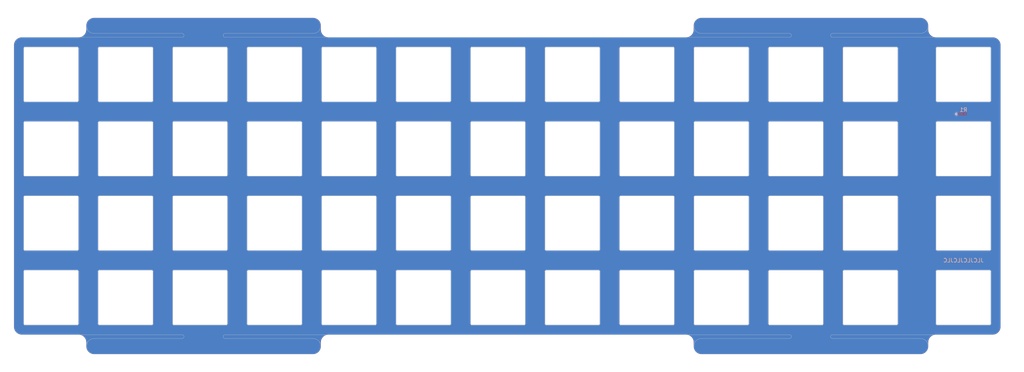
<source format=kicad_pcb>
(kicad_pcb (version 20211014) (generator pcbnew)
  (layers (0 "F.Cu" signal) (31 "B.Cu" signal) (34 "B.Paste" user) (35 "F.Paste" user) (36 "B.SilkS" user "B.Silkscreen") (37 "F.SilkS" user "F.Silkscreen") (38 "B.Mask" user) (39 "F.Mask" user) (44 "Edge.Cuts" user))
  (net 0 "")
  (net 2 "GND")
  (footprint "Keeb_footprints:MX100_cutout" (layer "F.Cu") (at 155.97253 50.00646)
    (fp_text reference "U1")
    (fp_text value "HOLE")
    (fp_line (start 7 6.7) (end 7 -6.7) (layer "Edge.Cuts") (width 0.1))
    (fp_line (start -7 6.7) (end -7 -6.7) (layer "Edge.Cuts") (width 0.1))
    (fp_line (start 6.7 7) (end -6.7 7) (layer "Edge.Cuts") (width 0.1))
    (fp_line (start 6.7 -7) (end -6.7 -7) (layer "Edge.Cuts") (width 0.1))
    (fp_arc (start -6.7 7) (mid -6.912132 6.912132) (end -7 6.7) (layer "Edge.Cuts") (width 0.1))
    (fp_arc (start -7 -6.7) (mid -6.912132 -6.912132) (end -6.7 -7) (layer "Edge.Cuts") (width 0.1))
    (fp_arc (start 6.7 -7) (mid 6.912132 -6.912132) (end 7 -6.7) (layer "Edge.Cuts") (width 0.1))
    (fp_arc (start 7 6.7) (mid 6.912132 6.912132) (end 6.7 7) (layer "Edge.Cuts") (width 0.1))
  )
  (footprint "Keeb_footprints:MX100_cutout" (layer "F.Cu") (at 175.02261 50.00646)
    (fp_text reference "U2")
    (fp_text value "HOLE")
    (fp_line (start -7 6.7) (end -7 -6.7) (layer "Edge.Cuts") (width 0.1))
    (fp_line (start 6.7 7) (end -6.7 7) (layer "Edge.Cuts") (width 0.1))
    (fp_line (start 7 6.7) (end 7 -6.7) (layer "Edge.Cuts") (width 0.1))
    (fp_line (start 6.7 -7) (end -6.7 -7) (layer "Edge.Cuts") (width 0.1))
    (fp_arc (start -7 -6.7) (mid -6.912132 -6.912132) (end -6.7 -7) (layer "Edge.Cuts") (width 0.1))
    (fp_arc (start 6.7 -7) (mid 6.912132 -6.912132) (end 7 -6.7) (layer "Edge.Cuts") (width 0.1))
    (fp_arc (start -6.7 7) (mid -6.912132 6.912132) (end -7 6.7) (layer "Edge.Cuts") (width 0.1))
    (fp_arc (start 7 6.7) (mid 6.912132 6.912132) (end 6.7 7) (layer "Edge.Cuts") (width 0.1))
  )
  (footprint "Keeb_footprints:MX100_cutout" (layer "F.Cu") (at 194.07269 50.00646)
    (fp_text reference "U3")
    (fp_text value "HOLE")
    (fp_line (start 6.7 -7) (end -6.7 -7) (layer "Edge.Cuts") (width 0.1))
    (fp_line (start -7 6.7) (end -7 -6.7) (layer "Edge.Cuts") (width 0.1))
    (fp_line (start 7 6.7) (end 7 -6.7) (layer "Edge.Cuts") (width 0.1))
    (fp_line (start 6.7 7) (end -6.7 7) (layer "Edge.Cuts") (width 0.1))
    (fp_arc (start -7 -6.7) (mid -6.912132 -6.912132) (end -6.7 -7) (layer "Edge.Cuts") (width 0.1))
    (fp_arc (start -6.7 7) (mid -6.912132 6.912132) (end -7 6.7) (layer "Edge.Cuts") (width 0.1))
    (fp_arc (start 6.7 -7) (mid 6.912132 -6.912132) (end 7 -6.7) (layer "Edge.Cuts") (width 0.1))
    (fp_arc (start 7 6.7) (mid 6.912132 6.912132) (end 6.7 7) (layer "Edge.Cuts") (width 0.1))
  )
  (footprint "Keeb_footprints:MX100_cutout" (layer "F.Cu") (at 213.12277 50.00646)
    (fp_text reference "U4")
    (fp_text value "HOLE")
    (fp_line (start 6.7 -7) (end -6.7 -7) (layer "Edge.Cuts") (width 0.1))
    (fp_line (start -7 6.7) (end -7 -6.7) (layer "Edge.Cuts") (width 0.1))
    (fp_line (start 7 6.7) (end 7 -6.7) (layer "Edge.Cuts") (width 0.1))
    (fp_line (start 6.7 7) (end -6.7 7) (layer "Edge.Cuts") (width 0.1))
    (fp_arc (start 6.7 -7) (mid 6.912132 -6.912132) (end 7 -6.7) (layer "Edge.Cuts") (width 0.1))
    (fp_arc (start -6.7 7) (mid -6.912132 6.912132) (end -7 6.7) (layer "Edge.Cuts") (width 0.1))
    (fp_arc (start 7 6.7) (mid 6.912132 6.912132) (end 6.7 7) (layer "Edge.Cuts") (width 0.1))
    (fp_arc (start -7 -6.7) (mid -6.912132 -6.912132) (end -6.7 -7) (layer "Edge.Cuts") (width 0.1))
  )
  (footprint "Keeb_footprints:MX100_cutout" (layer "F.Cu") (at 232.17285 50.00646)
    (fp_text reference "U5")
    (fp_text value "HOLE")
    (fp_line (start 7 6.7) (end 7 -6.7) (layer "Edge.Cuts") (width 0.1))
    (fp_line (start -7 6.7) (end -7 -6.7) (layer "Edge.Cuts") (width 0.1))
    (fp_line (start 6.7 7) (end -6.7 7) (layer "Edge.Cuts") (width 0.1))
    (fp_line (start 6.7 -7) (end -6.7 -7) (layer "Edge.Cuts") (width 0.1))
    (fp_arc (start -6.7 7) (mid -6.912132 6.912132) (end -7 6.7) (layer "Edge.Cuts") (width 0.1))
    (fp_arc (start -7 -6.7) (mid -6.912132 -6.912132) (end -6.7 -7) (layer "Edge.Cuts") (width 0.1))
    (fp_arc (start 6.7 -7) (mid 6.912132 -6.912132) (end 7 -6.7) (layer "Edge.Cuts") (width 0.1))
    (fp_arc (start 7 6.7) (mid 6.912132 6.912132) (end 6.7 7) (layer "Edge.Cuts") (width 0.1))
  )
  (footprint "Keeb_footprints:MX100_cutout" (layer "F.Cu") (at 327.42325 50.00646)
    (fp_text reference "U10")
    (fp_text value "HOLE")
    (fp_line (start 6.7 7) (end -6.7 7) (layer "Edge.Cuts") (width 0.1))
    (fp_line (start -7 6.7) (end -7 -6.7) (layer "Edge.Cuts") (width 0.1))
    (fp_line (start 7 6.7) (end 7 -6.7) (layer "Edge.Cuts") (width 0.1))
    (fp_line (start 6.7 -7) (end -6.7 -7) (layer "Edge.Cuts") (width 0.1))
    (fp_arc (start -6.7 7) (mid -6.912132 6.912132) (end -7 6.7) (layer "Edge.Cuts") (width 0.1))
    (fp_arc (start -7 -6.7) (mid -6.912132 -6.912132) (end -6.7 -7) (layer "Edge.Cuts") (width 0.1))
    (fp_arc (start 7 6.7) (mid 6.912132 6.912132) (end 6.7 7) (layer "Edge.Cuts") (width 0.1))
    (fp_arc (start 6.7 -7) (mid 6.912132 -6.912132) (end 7 -6.7) (layer "Edge.Cuts") (width 0.1))
  )
  (footprint "Keeb_footprints:MX100_cutout" (layer "F.Cu") (at 346.47333 50.00646)
    (fp_text reference "U11")
    (fp_text value "HOLE")
    (fp_line (start -7 6.7) (end -7 -6.7) (layer "Edge.Cuts") (width 0.1))
    (fp_line (start 6.7 -7) (end -6.7 -7) (layer "Edge.Cuts") (width 0.1))
    (fp_line (start 7 6.7) (end 7 -6.7) (layer "Edge.Cuts") (width 0.1))
    (fp_line (start 6.7 7) (end -6.7 7) (layer "Edge.Cuts") (width 0.1))
    (fp_arc (start 7 6.7) (mid 6.912132 6.912132) (end 6.7 7) (layer "Edge.Cuts") (width 0.1))
    (fp_arc (start 6.7 -7) (mid 6.912132 -6.912132) (end 7 -6.7) (layer "Edge.Cuts") (width 0.1))
    (fp_arc (start -7 -6.7) (mid -6.912132 -6.912132) (end -6.7 -7) (layer "Edge.Cuts") (width 0.1))
    (fp_arc (start -6.7 7) (mid -6.912132 6.912132) (end -7 6.7) (layer "Edge.Cuts") (width 0.1))
  )
  (footprint "Keeb_footprints:MX100_cutout" (layer "F.Cu") (at 155.97253 69.05654)
    (fp_text reference "U13")
    (fp_text value "HOLE")
    (fp_line (start 6.7 7) (end -6.7 7) (layer "Edge.Cuts") (width 0.1))
    (fp_line (start 7 6.7) (end 7 -6.7) (layer "Edge.Cuts") (width 0.1))
    (fp_line (start 6.7 -7) (end -6.7 -7) (layer "Edge.Cuts") (width 0.1))
    (fp_line (start -7 6.7) (end -7 -6.7) (layer "Edge.Cuts") (width 0.1))
    (fp_arc (start 6.7 -7) (mid 6.912132 -6.912132) (end 7 -6.7) (layer "Edge.Cuts") (width 0.1))
    (fp_arc (start -7 -6.7) (mid -6.912132 -6.912132) (end -6.7 -7) (layer "Edge.Cuts") (width 0.1))
    (fp_arc (start -6.7 7) (mid -6.912132 6.912132) (end -7 6.7) (layer "Edge.Cuts") (width 0.1))
    (fp_arc (start 7 6.7) (mid 6.912132 6.912132) (end 6.7 7) (layer "Edge.Cuts") (width 0.1))
  )
  (footprint "Keeb_footprints:MX100_cutout" (layer "F.Cu") (at 194.07269 69.05654)
    (fp_text reference "U15")
    (fp_text value "HOLE")
    (fp_line (start 7 6.7) (end 7 -6.7) (layer "Edge.Cuts") (width 0.1))
    (fp_line (start 6.7 7) (end -6.7 7) (layer "Edge.Cuts") (width 0.1))
    (fp_line (start -7 6.7) (end -7 -6.7) (layer "Edge.Cuts") (width 0.1))
    (fp_line (start 6.7 -7) (end -6.7 -7) (layer "Edge.Cuts") (width 0.1))
    (fp_arc (start 7 6.7) (mid 6.912132 6.912132) (end 6.7 7) (layer "Edge.Cuts") (width 0.1))
    (fp_arc (start -7 -6.7) (mid -6.912132 -6.912132) (end -6.7 -7) (layer "Edge.Cuts") (width 0.1))
    (fp_arc (start 6.7 -7) (mid 6.912132 -6.912132) (end 7 -6.7) (layer "Edge.Cuts") (width 0.1))
    (fp_arc (start -6.7 7) (mid -6.912132 6.912132) (end -7 6.7) (layer "Edge.Cuts") (width 0.1))
  )
  (footprint "Keeb_footprints:MX100_cutout" (layer "F.Cu") (at 232.17285 69.05654)
    (fp_text reference "U17")
    (fp_text value "HOLE")
    (fp_line (start 6.7 -7) (end -6.7 -7) (layer "Edge.Cuts") (width 0.1))
    (fp_line (start 6.7 7) (end -6.7 7) (layer "Edge.Cuts") (width 0.1))
    (fp_line (start -7 6.7) (end -7 -6.7) (layer "Edge.Cuts") (width 0.1))
    (fp_line (start 7 6.7) (end 7 -6.7) (layer "Edge.Cuts") (width 0.1))
    (fp_arc (start 7 6.7) (mid 6.912132 6.912132) (end 6.7 7) (layer "Edge.Cuts") (width 0.1))
    (fp_arc (start -6.7 7) (mid -6.912132 6.912132) (end -7 6.7) (layer "Edge.Cuts") (width 0.1))
    (fp_arc (start -7 -6.7) (mid -6.912132 -6.912132) (end -6.7 -7) (layer "Edge.Cuts") (width 0.1))
    (fp_arc (start 6.7 -7) (mid 6.912132 -6.912132) (end 7 -6.7) (layer "Edge.Cuts") (width 0.1))
  )
  (footprint "Keeb_footprints:MX100_cutout" (layer "F.Cu") (at 251.22293 69.05654)
    (fp_text reference "U18")
    (fp_text value "HOLE")
    (fp_line (start -7 6.7) (end -7 -6.7) (layer "Edge.Cuts") (width 0.1))
    (fp_line (start 6.7 -7) (end -6.7 -7) (layer "Edge.Cuts") (width 0.1))
    (fp_line (start 7 6.7) (end 7 -6.7) (layer "Edge.Cuts") (width 0.1))
    (fp_line (start 6.7 7) (end -6.7 7) (layer "Edge.Cuts") (width 0.1))
    (fp_arc (start -7 -6.7) (mid -6.912132 -6.912132) (end -6.7 -7) (layer "Edge.Cuts") (width 0.1))
    (fp_arc (start -6.7 7) (mid -6.912132 6.912132) (end -7 6.7) (layer "Edge.Cuts") (width 0.1))
    (fp_arc (start 7 6.7) (mid 6.912132 6.912132) (end 6.7 7) (layer "Edge.Cuts") (width 0.1))
    (fp_arc (start 6.7 -7) (mid 6.912132 -6.912132) (end 7 -6.7) (layer "Edge.Cuts") (width 0.1))
  )
  (footprint "Keeb_footprints:MX100_cutout" (layer "F.Cu") (at 270.27301 69.05654)
    (fp_text reference "U19")
    (fp_text value "HOLE")
    (fp_line (start -7 6.7) (end -7 -6.7) (layer "Edge.Cuts") (width 0.1))
    (fp_line (start 6.7 -7) (end -6.7 -7) (layer "Edge.Cuts") (width 0.1))
    (fp_line (start 7 6.7) (end 7 -6.7) (layer "Edge.Cuts") (width 0.1))
    (fp_line (start 6.7 7) (end -6.7 7) (layer "Edge.Cuts") (width 0.1))
    (fp_arc (start 7 6.7) (mid 6.912132 6.912132) (end 6.7 7) (layer "Edge.Cuts") (width 0.1))
    (fp_arc (start 6.7 -7) (mid 6.912132 -6.912132) (end 7 -6.7) (layer "Edge.Cuts") (width 0.1))
    (fp_arc (start -7 -6.7) (mid -6.912132 -6.912132) (end -6.7 -7) (layer "Edge.Cuts") (width 0.1))
    (fp_arc (start -6.7 7) (mid -6.912132 6.912132) (end -7 6.7) (layer "Edge.Cuts") (width 0.1))
  )
  (footprint "Keeb_footprints:MX100_cutout" (layer "F.Cu") (at 289.32309 69.05654)
    (fp_text reference "U20")
    (fp_text value "HOLE")
    (fp_line (start 7 6.7) (end 7 -6.7) (layer "Edge.Cuts") (width 0.1))
    (fp_line (start 6.7 7) (end -6.7 7) (layer "Edge.Cuts") (width 0.1))
    (fp_line (start 6.7 -7) (end -6.7 -7) (layer "Edge.Cuts") (width 0.1))
    (fp_line (start -7 6.7) (end -7 -6.7) (layer "Edge.Cuts") (width 0.1))
    (fp_arc (start 6.7 -7) (mid 6.912132 -6.912132) (end 7 -6.7) (layer "Edge.Cuts") (width 0.1))
    (fp_arc (start 7 6.7) (mid 6.912132 6.912132) (end 6.7 7) (layer "Edge.Cuts") (width 0.1))
    (fp_arc (start -6.7 7) (mid -6.912132 6.912132) (end -7 6.7) (layer "Edge.Cuts") (width 0.1))
    (fp_arc (start -7 -6.7) (mid -6.912132 -6.912132) (end -6.7 -7) (layer "Edge.Cuts") (width 0.1))
  )
  (footprint "Keeb_footprints:MX100_cutout" (layer "F.Cu") (at 308.37317 69.05654)
    (fp_text reference "U21")
    (fp_text value "HOLE")
    (fp_line (start 6.7 -7) (end -6.7 -7) (layer "Edge.Cuts") (width 0.1))
    (fp_line (start 6.7 7) (end -6.7 7) (layer "Edge.Cuts") (width 0.1))
    (fp_line (start -7 6.7) (end -7 -6.7) (layer "Edge.Cuts") (width 0.1))
    (fp_line (start 7 6.7) (end 7 -6.7) (layer "Edge.Cuts") (width 0.1))
    (fp_arc (start 7 6.7) (mid 6.912132 6.912132) (end 6.7 7) (layer "Edge.Cuts") (width 0.1))
    (fp_arc (start -7 -6.7) (mid -6.912132 -6.912132) (end -6.7 -7) (layer "Edge.Cuts") (width 0.1))
    (fp_arc (start 6.7 -7) (mid 6.912132 -6.912132) (end 7 -6.7) (layer "Edge.Cuts") (width 0.1))
    (fp_arc (start -6.7 7) (mid -6.912132 6.912132) (end -7 6.7) (layer "Edge.Cuts") (width 0.1))
  )
  (footprint "Keeb_footprints:MX100_cutout" (layer "F.Cu") (at 327.42325 69.05654)
    (fp_text reference "U22")
    (fp_text value "HOLE")
    (fp_line (start 7 6.7) (end 7 -6.7) (layer "Edge.Cuts") (width 0.1))
    (fp_line (start 6.7 -7) (end -6.7 -7) (layer "Edge.Cuts") (width 0.1))
    (fp_line (start -7 6.7) (end -7 -6.7) (layer "Edge.Cuts") (width 0.1))
    (fp_line (start 6.7 7) (end -6.7 7) (layer "Edge.Cuts") (width 0.1))
    (fp_arc (start 7 6.7) (mid 6.912132 6.912132) (end 6.7 7) (layer "Edge.Cuts") (width 0.1))
    (fp_arc (start 6.7 -7) (mid 6.912132 -6.912132) (end 7 -6.7) (layer "Edge.Cuts") (width 0.1))
    (fp_arc (start -6.7 7) (mid -6.912132 6.912132) (end -7 6.7) (layer "Edge.Cuts") (width 0.1))
    (fp_arc (start -7 -6.7) (mid -6.912132 -6.912132) (end -6.7 -7) (layer "Edge.Cuts") (width 0.1))
  )
  (footprint "Keeb_footprints:MX100_cutout" (layer "F.Cu") (at 346.47333 69.05654)
    (fp_text reference "U23")
    (fp_text value "HOLE")
    (fp_line (start 6.7 7) (end -6.7 7) (layer "Edge.Cuts") (width 0.1))
    (fp_line (start 7 6.7) (end 7 -6.7) (layer "Edge.Cuts") (width 0.1))
    (fp_line (start 6.7 -7) (end -6.7 -7) (layer "Edge.Cuts") (width 0.1))
    (fp_line (start -7 6.7) (end -7 -6.7) (layer "Edge.Cuts") (width 0.1))
    (fp_arc (start -7 -6.7) (mid -6.912132 -6.912132) (end -6.7 -7) (layer "Edge.Cuts") (width 0.1))
    (fp_arc (start 7 6.7) (mid 6.912132 6.912132) (end 6.7 7) (layer "Edge.Cuts") (width 0.1))
    (fp_arc (start 6.7 -7) (mid 6.912132 -6.912132) (end 7 -6.7) (layer "Edge.Cuts") (width 0.1))
    (fp_arc (start -6.7 7) (mid -6.912132 6.912132) (end -7 6.7) (layer "Edge.Cuts") (width 0.1))
  )
  (footprint "Keeb_footprints:MX100_cutout" (layer "F.Cu") (at 365.52341 69.05654)
    (fp_text reference "U24")
    (fp_text value "HOLE")
    (fp_line (start -7 6.7) (end -7 -6.7) (layer "Edge.Cuts") (width 0.1))
    (fp_line (start 6.7 7) (end -6.7 7) (layer "Edge.Cuts") (width 0.1))
    (fp_line (start 6.7 -7) (end -6.7 -7) (layer "Edge.Cuts") (width 0.1))
    (fp_line (start 7 6.7) (end 7 -6.7) (layer "Edge.Cuts") (width 0.1))
    (fp_arc (start 6.7 -7) (mid 6.912132 -6.912132) (end 7 -6.7) (layer "Edge.Cuts") (width 0.1))
    (fp_arc (start -7 -6.7) (mid -6.912132 -6.912132) (end -6.7 -7) (layer "Edge.Cuts") (width 0.1))
    (fp_arc (start -6.7 7) (mid -6.912132 6.912132) (end -7 6.7) (layer "Edge.Cuts") (width 0.1))
    (fp_arc (start 7 6.7) (mid 6.912132 6.912132) (end 6.7 7) (layer "Edge.Cuts") (width 0.1))
  )
  (footprint "Keeb_footprints:MX100_cutout" (layer "F.Cu") (at 155.97253 88.10662)
    (fp_text reference "U25")
    (fp_text value "HOLE")
    (fp_line (start 7 6.7) (end 7 -6.7) (layer "Edge.Cuts") (width 0.1))
    (fp_line (start 6.7 -7) (end -6.7 -7) (layer "Edge.Cuts") (width 0.1))
    (fp_line (start -7 6.7) (end -7 -6.7) (layer "Edge.Cuts") (width 0.1))
    (fp_line (start 6.7 7) (end -6.7 7) (layer "Edge.Cuts") (width 0.1))
    (fp_arc (start -7 -6.7) (mid -6.912132 -6.912132) (end -6.7 -7) (layer "Edge.Cuts") (width 0.1))
    (fp_arc (start 6.7 -7) (mid 6.912132 -6.912132) (end 7 -6.7) (layer "Edge.Cuts") (width 0.1))
    (fp_arc (start -6.7 7) (mid -6.912132 6.912132) (end -7 6.7) (layer "Edge.Cuts") (width 0.1))
    (fp_arc (start 7 6.7) (mid 6.912132 6.912132) (end 6.7 7) (layer "Edge.Cuts") (width 0.1))
  )
  (footprint "Keeb_footprints:MX100_cutout" (layer "F.Cu") (at 175.02261 88.10662)
    (fp_text reference "U26")
    (fp_text value "HOLE")
    (fp_line (start 7 6.7) (end 7 -6.7) (layer "Edge.Cuts") (width 0.1))
    (fp_line (start -7 6.7) (end -7 -6.7) (layer "Edge.Cuts") (width 0.1))
    (fp_line (start 6.7 -7) (end -6.7 -7) (layer "Edge.Cuts") (width 0.1))
    (fp_line (start 6.7 7) (end -6.7 7) (layer "Edge.Cuts") (width 0.1))
    (fp_arc (start -7 -6.7) (mid -6.912132 -6.912132) (end -6.7 -7) (layer "Edge.Cuts") (width 0.1))
    (fp_arc (start -6.7 7) (mid -6.912132 6.912132) (end -7 6.7) (layer "Edge.Cuts") (width 0.1))
    (fp_arc (start 6.7 -7) (mid 6.912132 -6.912132) (end 7 -6.7) (layer "Edge.Cuts") (width 0.1))
    (fp_arc (start 7 6.7) (mid 6.912132 6.912132) (end 6.7 7) (layer "Edge.Cuts") (width 0.1))
  )
  (footprint "Keeb_footprints:MX100_cutout" (layer "F.Cu") (at 194.07269 88.10662)
    (fp_text reference "U27")
    (fp_text value "HOLE")
    (fp_line (start 7 6.7) (end 7 -6.7) (layer "Edge.Cuts") (width 0.1))
    (fp_line (start -7 6.7) (end -7 -6.7) (layer "Edge.Cuts") (width 0.1))
    (fp_line (start 6.7 -7) (end -6.7 -7) (layer "Edge.Cuts") (width 0.1))
    (fp_line (start 6.7 7) (end -6.7 7) (layer "Edge.Cuts") (width 0.1))
    (fp_arc (start -6.7 7) (mid -6.912132 6.912132) (end -7 6.7) (layer "Edge.Cuts") (width 0.1))
    (fp_arc (start 6.7 -7) (mid 6.912132 -6.912132) (end 7 -6.7) (layer "Edge.Cuts") (width 0.1))
    (fp_arc (start 7 6.7) (mid 6.912132 6.912132) (end 6.7 7) (layer "Edge.Cuts") (width 0.1))
    (fp_arc (start -7 -6.7) (mid -6.912132 -6.912132) (end -6.7 -7) (layer "Edge.Cuts") (width 0.1))
  )
  (footprint "Keeb_footprints:MX100_cutout" (layer "F.Cu") (at 213.12277 88.10662)
    (fp_text reference "U28")
    (fp_text value "HOLE")
    (fp_line (start 6.7 7) (end -6.7 7) (layer "Edge.Cuts") (width 0.1))
    (fp_line (start 7 6.7) (end 7 -6.7) (layer "Edge.Cuts") (width 0.1))
    (fp_line (start -7 6.7) (end -7 -6.7) (layer "Edge.Cuts") (width 0.1))
    (fp_line (start 6.7 -7) (end -6.7 -7) (layer "Edge.Cuts") (width 0.1))
    (fp_arc (start 6.7 -7) (mid 6.912132 -6.912132) (end 7 -6.7) (layer "Edge.Cuts") (width 0.1))
    (fp_arc (start -7 -6.7) (mid -6.912132 -6.912132) (end -6.7 -7) (layer "Edge.Cuts") (width 0.1))
    (fp_arc (start 7 6.7) (mid 6.912132 6.912132) (end 6.7 7) (layer "Edge.Cuts") (width 0.1))
    (fp_arc (start -6.7 7) (mid -6.912132 6.912132) (end -7 6.7) (layer "Edge.Cuts") (width 0.1))
  )
  (footprint "Keeb_footprints:MX100_cutout" (layer "F.Cu") (at 232.17285 88.10662)
    (fp_text reference "U29")
    (fp_text value "HOLE")
    (fp_line (start 6.7 -7) (end -6.7 -7) (layer "Edge.Cuts") (width 0.1))
    (fp_line (start -7 6.7) (end -7 -6.7) (layer "Edge.Cuts") (width 0.1))
    (fp_line (start 6.7 7) (end -6.7 7) (layer "Edge.Cuts") (width 0.1))
    (fp_line (start 7 6.7) (end 7 -6.7) (layer "Edge.Cuts") (width 0.1))
    (fp_arc (start -7 -6.7) (mid -6.912132 -6.912132) (end -6.7 -7) (layer "Edge.Cuts") (width 0.1))
    (fp_arc (start -6.7 7) (mid -6.912132 6.912132) (end -7 6.7) (layer "Edge.Cuts") (width 0.1))
    (fp_arc (start 6.7 -7) (mid 6.912132 -6.912132) (end 7 -6.7) (layer "Edge.Cuts") (width 0.1))
    (fp_arc (start 7 6.7) (mid 6.912132 6.912132) (end 6.7 7) (layer "Edge.Cuts") (width 0.1))
  )
  (footprint "Keeb_footprints:MX100_cutout" (layer "F.Cu") (at 251.22293 88.10662)
    (fp_text reference "U30")
    (fp_text value "HOLE")
    (fp_line (start 6.7 -7) (end -6.7 -7) (layer "Edge.Cuts") (width 0.1))
    (fp_line (start -7 6.7) (end -7 -6.7) (layer "Edge.Cuts") (width 0.1))
    (fp_line (start 7 6.7) (end 7 -6.7) (layer "Edge.Cuts") (width 0.1))
    (fp_line (start 6.7 7) (end -6.7 7) (layer "Edge.Cuts") (width 0.1))
    (fp_arc (start 7 6.7) (mid 6.912132 6.912132) (end 6.7 7) (layer "Edge.Cuts") (width 0.1))
    (fp_arc (start -6.7 7) (mid -6.912132 6.912132) (end -7 6.7) (layer "Edge.Cuts") (width 0.1))
    (fp_arc (start -7 -6.7) (mid -6.912132 -6.912132) (end -6.7 -7) (layer "Edge.Cuts") (width 0.1))
    (fp_arc (start 6.7 -7) (mid 6.912132 -6.912132) (end 7 -6.7) (layer "Edge.Cuts") (width 0.1))
  )
  (footprint "Keeb_footprints:MX100_cutout" (layer "F.Cu") (at 270.27301 88.10662)
    (fp_text reference "U31")
    (fp_text value "HOLE")
    (fp_line (start -7 6.7) (end -7 -6.7) (layer "Edge.Cuts") (width 0.1))
    (fp_line (start 6.7 7) (end -6.7 7) (layer "Edge.Cuts") (width 0.1))
    (fp_line (start 7 6.7) (end 7 -6.7) (layer "Edge.Cuts") (width 0.1))
    (fp_line (start 6.7 -7) (end -6.7 -7) (layer "Edge.Cuts") (width 0.1))
    (fp_arc (start 7 6.7) (mid 6.912132 6.912132) (end 6.7 7) (layer "Edge.Cuts") (width 0.1))
    (fp_arc (start -6.7 7) (mid -6.912132 6.912132) (end -7 6.7) (layer "Edge.Cuts") (width 0.1))
    (fp_arc (start 6.7 -7) (mid 6.912132 -6.912132) (end 7 -6.7) (layer "Edge.Cuts") (width 0.1))
    (fp_arc (start -7 -6.7) (mid -6.912132 -6.912132) (end -6.7 -7) (layer "Edge.Cuts") (width 0.1))
  )
  (footprint "Keeb_footprints:MX100_cutout" (layer "F.Cu") (at 289.32309 88.10662)
    (fp_text reference "U32")
    (fp_text value "HOLE")
    (fp_line (start 6.7 7) (end -6.7 7) (layer "Edge.Cuts") (width 0.1))
    (fp_line (start 6.7 -7) (end -6.7 -7) (layer "Edge.Cuts") (width 0.1))
    (fp_line (start -7 6.7) (end -7 -6.7) (layer "Edge.Cuts") (width 0.1))
    (fp_line (start 7 6.7) (end 7 -6.7) (layer "Edge.Cuts") (width 0.1))
    (fp_arc (start -7 -6.7) (mid -6.912132 -6.912132) (end -6.7 -7) (layer "Edge.Cuts") (width 0.1))
    (fp_arc (start 6.7 -7) (mid 6.912132 -6.912132) (end 7 -6.7) (layer "Edge.Cuts") (width 0.1))
    (fp_arc (start -6.7 7) (mid -6.912132 6.912132) (end -7 6.7) (layer "Edge.Cuts") (width 0.1))
    (fp_arc (start 7 6.7) (mid 6.912132 6.912132) (end 6.7 7) (layer "Edge.Cuts") (width 0.1))
  )
  (footprint "Keeb_footprints:MX100_cutout" (layer "F.Cu") (at 308.37317 88.10662)
    (fp_text reference "U33")
    (fp_text value "HOLE")
    (fp_line (start 6.7 7) (end -6.7 7) (layer "Edge.Cuts") (width 0.1))
    (fp_line (start 7 6.7) (end 7 -6.7) (layer "Edge.Cuts") (width 0.1))
    (fp_line (start 6.7 -7) (end -6.7 -7) (layer "Edge.Cuts") (width 0.1))
    (fp_line (start -7 6.7) (end -7 -6.7) (layer "Edge.Cuts") (width 0.1))
    (fp_arc (start -7 -6.7) (mid -6.912132 -6.912132) (end -6.7 -7) (layer "Edge.Cuts") (width 0.1))
    (fp_arc (start 6.7 -7) (mid 6.912132 -6.912132) (end 7 -6.7) (layer "Edge.Cuts") (width 0.1))
    (fp_arc (start 7 6.7) (mid 6.912132 6.912132) (end 6.7 7) (layer "Edge.Cuts") (width 0.1))
    (fp_arc (start -6.7 7) (mid -6.912132 6.912132) (end -7 6.7) (layer "Edge.Cuts") (width 0.1))
  )
  (footprint "Keeb_footprints:MX100_cutout" (layer "F.Cu") (at 327.42325 88.10662)
    (fp_text reference "U34")
    (fp_text value "HOLE")
    (fp_line (start 6.7 -7) (end -6.7 -7) (layer "Edge.Cuts") (width 0.1))
    (fp_line (start -7 6.7) (end -7 -6.7) (layer "Edge.Cuts") (width 0.1))
    (fp_line (start 6.7 7) (end -6.7 7) (layer "Edge.Cuts") (width 0.1))
    (fp_line (start 7 6.7) (end 7 -6.7) (layer "Edge.Cuts") (width 0.1))
    (fp_arc (start -7 -6.7) (mid -6.912132 -6.912132) (end -6.7 -7) (layer "Edge.Cuts") (width 0.1))
    (fp_arc (start -6.7 7) (mid -6.912132 6.912132) (end -7 6.7) (layer "Edge.Cuts") (width 0.1))
    (fp_arc (start 7 6.7) (mid 6.912132 6.912132) (end 6.7 7) (layer "Edge.Cuts") (width 0.1))
    (fp_arc (start 6.7 -7) (mid 6.912132 -6.912132) (end 7 -6.7) (layer "Edge.Cuts") (width 0.1))
  )
  (footprint "Keeb_footprints:MX100_cutout" (layer "F.Cu") (at 346.47333 88.10662)
    (fp_text reference "U35")
    (fp_text value "HOLE")
    (fp_line (start 6.7 -7) (end -6.7 -7) (layer "Edge.Cuts") (width 0.1))
    (fp_line (start -7 6.7) (end -7 -6.7) (layer "Edge.Cuts") (width 0.1))
    (fp_line (start 7 6.7) (end 7 -6.7) (layer "Edge.Cuts") (width 0.1))
    (fp_line (start 6.7 7) (end -6.7 7) (layer "Edge.Cuts") (width 0.1))
    (fp_arc (start -7 -6.7) (mid -6.912132 -6.912132) (end -6.7 -7) (layer "Edge.Cuts") (width 0.1))
    (fp_arc (start -6.7 7) (mid -6.912132 6.912132) (end -7 6.7) (layer "Edge.Cuts") (width 0.1))
    (fp_arc (start 7 6.7) (mid 6.912132 6.912132) (end 6.7 7) (layer "Edge.Cuts") (width 0.1))
    (fp_arc (start 6.7 -7) (mid 6.912132 -6.912132) (end 7 -6.7) (layer "Edge.Cuts") (width 0.1))
  )
  (footprint "Keeb_footprints:MX100_cutout" (layer "F.Cu") (at 365.52341 88.10662)
    (fp_text reference "U36")
    (fp_text value "HOLE")
    (fp_line (start 7 6.7) (end 7 -6.7) (layer "Edge.Cuts") (width 0.1))
    (fp_line (start 6.7 -7) (end -6.7 -7) (layer "Edge.Cuts") (width 0.1))
    (fp_line (start 6.7 7) (end -6.7 7) (layer "Edge.Cuts") (width 0.1))
    (fp_line (start -7 6.7) (end -7 -6.7) (layer "Edge.Cuts") (width 0.1))
    (fp_arc (start -7 -6.7) (mid -6.912132 -6.912132) (end -6.7 -7) (layer "Edge.Cuts") (width 0.1))
    (fp_arc (start -6.7 7) (mid -6.912132 6.912132) (end -7 6.7) (layer "Edge.Cuts") (width 0.1))
    (fp_arc (start 7 6.7) (mid 6.912132 6.912132) (end 6.7 7) (layer "Edge.Cuts") (width 0.1))
    (fp_arc (start 6.7 -7) (mid 6.912132 -6.912132) (end 7 -6.7) (layer "Edge.Cuts") (width 0.1))
  )
  (footprint "Keeb_footprints:MX100_cutout" (layer "F.Cu") (at 175.02261 107.1567)
    (fp_text reference "U38")
    (fp_text value "HOLE")
    (fp_line (start 7 6.7) (end 7 -6.7) (layer "Edge.Cuts") (width 0.1))
    (fp_line (start 6.7 -7) (end -6.7 -7) (layer "Edge.Cuts") (width 0.1))
    (fp_line (start -7 6.7) (end -7 -6.7) (layer "Edge.Cuts") (width 0.1))
    (fp_line (start 6.7 7) (end -6.7 7) (layer "Edge.Cuts") (width 0.1))
    (fp_arc (start -7 -6.7) (mid -6.912132 -6.912132) (end -6.7 -7) (layer "Edge.Cuts") (width 0.1))
    (fp_arc (start -6.7 7) (mid -6.912132 6.912132) (end -7 6.7) (layer "Edge.Cuts") (width 0.1))
    (fp_arc (start 6.7 -7) (mid 6.912132 -6.912132) (end 7 -6.7) (layer "Edge.Cuts") (width 0.1))
    (fp_arc (start 7 6.7) (mid 6.912132 6.912132) (end 6.7 7) (layer "Edge.Cuts") (width 0.1))
  )
  (footprint "Keeb_footprints:MX100_cutout" (layer "F.Cu") (at 194.07269 107.1567)
    (fp_text reference "U39")
    (fp_text value "HOLE")
    (fp_line (start 6.7 -7) (end -6.7 -7) (layer "Edge.Cuts") (width 0.1))
    (fp_line (start 7 6.7) (end 7 -6.7) (layer "Edge.Cuts") (width 0.1))
    (fp_line (start 6.7 7) (end -6.7 7) (layer "Edge.Cuts") (width 0.1))
    (fp_line (start -7 6.7) (end -7 -6.7) (layer "Edge.Cuts") (width 0.1))
    (fp_arc (start 6.7 -7) (mid 6.912132 -6.912132) (end 7 -6.7) (layer "Edge.Cuts") (width 0.1))
    (fp_arc (start -7 -6.7) (mid -6.912132 -6.912132) (end -6.7 -7) (layer "Edge.Cuts") (width 0.1))
    (fp_arc (start -6.7 7) (mid -6.912132 6.912132) (end -7 6.7) (layer "Edge.Cuts") (width 0.1))
    (fp_arc (start 7 6.7) (mid 6.912132 6.912132) (end 6.7 7) (layer "Edge.Cuts") (width 0.1))
  )
  (footprint "Keeb_footprints:MX100_cutout" (layer "F.Cu") (at 213.12277 107.1567)
    (fp_text reference "U40")
    (fp_text value "HOLE")
    (fp_line (start 6.7 -7) (end -6.7 -7) (layer "Edge.Cuts") (width 0.1))
    (fp_line (start 7 6.7) (end 7 -6.7) (layer "Edge.Cuts") (width 0.1))
    (fp_line (start 6.7 7) (end -6.7 7) (layer "Edge.Cuts") (width 0.1))
    (fp_line (start -7 6.7) (end -7 -6.7) (layer "Edge.Cuts") (width 0.1))
    (fp_arc (start -7 -6.7) (mid -6.912132 -6.912132) (end -6.7 -7) (layer "Edge.Cuts") (width 0.1))
    (fp_arc (start 6.7 -7) (mid 6.912132 -6.912132) (end 7 -6.7) (layer "Edge.Cuts") (width 0.1))
    (fp_arc (start 7 6.7) (mid 6.912132 6.912132) (end 6.7 7) (layer "Edge.Cuts") (width 0.1))
    (fp_arc (start -6.7 7) (mid -6.912132 6.912132) (end -7 6.7) (layer "Edge.Cuts") (width 0.1))
  )
  (footprint "Keeb_footprints:MX100_cutout" (layer "F.Cu") (at 232.17285 107.1567)
    (fp_text reference "U41")
    (fp_text value "HOLE")
    (fp_line (start -7 6.7) (end -7 -6.7) (layer "Edge.Cuts") (width 0.1))
    (fp_line (start 6.7 -7) (end -6.7 -7) (layer "Edge.Cuts") (width 0.1))
    (fp_line (start 7 6.7) (end 7 -6.7) (layer "Edge.Cuts") (width 0.1))
    (fp_line (start 6.7 7) (end -6.7 7) (layer "Edge.Cuts") (width 0.1))
    (fp_arc (start -6.7 7) (mid -6.912132 6.912132) (end -7 6.7) (layer "Edge.Cuts") (width 0.1))
    (fp_arc (start 6.7 -7) (mid 6.912132 -6.912132) (end 7 -6.7) (layer "Edge.Cuts") (width 0.1))
    (fp_arc (start 7 6.7) (mid 6.912132 6.912132) (end 6.7 7) (layer "Edge.Cuts") (width 0.1))
    (fp_arc (start -7 -6.7) (mid -6.912132 -6.912132) (end -6.7 -7) (layer "Edge.Cuts") (width 0.1))
  )
  (footprint "Keeb_footprints:MX100_cutout" (layer "F.Cu") (at 251.22293 107.1567)
    (fp_text reference "U42")
    (fp_text value "HOLE")
    (fp_line (start 7 6.7) (end 7 -6.7) (layer "Edge.Cuts") (width 0.1))
    (fp_line (start -7 6.7) (end -7 -6.7) (layer "Edge.Cuts") (width 0.1))
    (fp_line (start 6.7 -7) (end -6.7 -7) (layer "Edge.Cuts") (width 0.1))
    (fp_line (start 6.7 7) (end -6.7 7) (layer "Edge.Cuts") (width 0.1))
    (fp_arc (start -7 -6.7) (mid -6.912132 -6.912132) (end -6.7 -7) (layer "Edge.Cuts") (width 0.1))
    (fp_arc (start -6.7 7) (mid -6.912132 6.912132) (end -7 6.7) (layer "Edge.Cuts") (width 0.1))
    (fp_arc (start 6.7 -7) (mid 6.912132 -6.912132) (end 7 -6.7) (layer "Edge.Cuts") (width 0.1))
    (fp_arc (start 7 6.7) (mid 6.912132 6.912132) (end 6.7 7) (layer "Edge.Cuts") (width 0.1))
  )
  (footprint "Keeb_footprints:MX100_cutout" (layer "F.Cu") (at 270.27301 107.1567)
    (fp_text reference "U43")
    (fp_text value "HOLE")
    (fp_line (start -7 6.7) (end -7 -6.7) (layer "Edge.Cuts") (width 0.1))
    (fp_line (start 6.7 -7) (end -6.7 -7) (layer "Edge.Cuts") (width 0.1))
    (fp_line (start 6.7 7) (end -6.7 7) (layer "Edge.Cuts") (width 0.1))
    (fp_line (start 7 6.7) (end 7 -6.7) (layer "Edge.Cuts") (width 0.1))
    (fp_arc (start -7 -6.7) (mid -6.912132 -6.912132) (end -6.7 -7) (layer "Edge.Cuts") (width 0.1))
    (fp_arc (start 7 6.7) (mid 6.912132 6.912132) (end 6.7 7) (layer "Edge.Cuts") (width 0.1))
    (fp_arc (start -6.7 7) (mid -6.912132 6.912132) (end -7 6.7) (layer "Edge.Cuts") (width 0.1))
    (fp_arc (start 6.7 -7) (mid 6.912132 -6.912132) (end 7 -6.7) (layer "Edge.Cuts") (width 0.1))
  )
  (footprint "Keeb_footprints:MX100_cutout" (layer "F.Cu") (at 289.32309 107.1567)
    (fp_text reference "U44")
    (fp_text value "HOLE")
    (fp_line (start -7 6.7) (end -7 -6.7) (layer "Edge.Cuts") (width 0.1))
    (fp_line (start 6.7 -7) (end -6.7 -7) (layer "Edge.Cuts") (width 0.1))
    (fp_line (start 7 6.7) (end 7 -6.7) (layer "Edge.Cuts") (width 0.1))
    (fp_line (start 6.7 7) (end -6.7 7) (layer "Edge.Cuts") (width 0.1))
    (fp_arc (start 6.7 -7) (mid 6.912132 -6.912132) (end 7 -6.7) (layer "Edge.Cuts") (width 0.1))
    (fp_arc (start -6.7 7) (mid -6.912132 6.912132) (end -7 6.7) (layer "Edge.Cuts") (width 0.1))
    (fp_arc (start 7 6.7) (mid 6.912132 6.912132) (end 6.7 7) (layer "Edge.Cuts") (width 0.1))
    (fp_arc (start -7 -6.7) (mid -6.912132 -6.912132) (end -6.7 -7) (layer "Edge.Cuts") (width 0.1))
  )
  (footprint "Keeb_footprints:MX100_cutout" (layer "F.Cu") (at 308.37317 107.1567)
    (fp_text reference "U45")
    (fp_text value "HOLE")
    (fp_line (start 6.7 -7) (end -6.7 -7) (layer "Edge.Cuts") (width 0.1))
    (fp_line (start -7 6.7) (end -7 -6.7) (layer "Edge.Cuts") (width 0.1))
    (fp_line (start 6.7 7) (end -6.7 7) (layer "Edge.Cuts") (width 0.1))
    (fp_line (start 7 6.7) (end 7 -6.7) (layer "Edge.Cuts") (width 0.1))
    (fp_arc (start 6.7 -7) (mid 6.912132 -6.912132) (end 7 -6.7) (layer "Edge.Cuts") (width 0.1))
    (fp_arc (start -6.7 7) (mid -6.912132 6.912132) (end -7 6.7) (layer "Edge.Cuts") (width 0.1))
    (fp_arc (start 7 6.7) (mid 6.912132 6.912132) (end 6.7 7) (layer "Edge.Cuts") (width 0.1))
    (fp_arc (start -7 -6.7) (mid -6.912132 -6.912132) (end -6.7 -7) (layer "Edge.Cuts") (width 0.1))
  )
  (footprint "Keeb_footprints:MX100_cutout" (layer "F.Cu") (at 327.42325 107.1567)
    (fp_text reference "U46")
    (fp_text value "HOLE")
    (fp_line (start 6.7 7) (end -6.7 7) (layer "Edge.Cuts") (width 0.1))
    (fp_line (start -7 6.7) (end -7 -6.7) (layer "Edge.Cuts") (width 0.1))
    (fp_line (start 6.7 -7) (end -6.7 -7) (layer "Edge.Cuts") (width 0.1))
    (fp_line (start 7 6.7) (end 7 -6.7) (layer "Edge.Cuts") (width 0.1))
    (fp_arc (start -7 -6.7) (mid -6.912132 -6.912132) (end -6.7 -7) (layer "Edge.Cuts") (width 0.1))
    (fp_arc (start 6.7 -7) (mid 6.912132 -6.912132) (end 7 -6.7) (layer "Edge.Cuts") (width 0.1))
    (fp_arc (start 7 6.7) (mid 6.912132 6.912132) (end 6.7 7) (layer "Edge.Cuts") (width 0.1))
    (fp_arc (start -6.7 7) (mid -6.912132 6.912132) (end -7 6.7) (layer "Edge.Cuts") (width 0.1))
  )
  (footprint "Keeb_footprints:MX100_cutout" (layer "F.Cu") (at 346.47333 107.16)
    (fp_text reference "U47")
    (fp_text value "HOLE")
    (fp_line (start 6.7 7) (end -6.7 7) (layer "Edge.Cuts") (width 0.1))
    (fp_line (start -7 6.7) (end -7 -6.7) (layer "Edge.Cuts") (width 0.1))
    (fp_line (start 7 6.7) (end 7 -6.7) (layer "Edge.Cuts") (width 0.1))
    (fp_line (start 6.7 -7) (end -6.7 -7) (layer "Edge.Cuts") (width 0.1))
    (fp_arc (start 6.7 -7) (mid 6.912132 -6.912132) (end 7 -6.7) (layer "Edge.Cuts") (width 0.1))
    (fp_arc (start 7 6.7) (mid 6.912132 6.912132) (end 6.7 7) (layer "Edge.Cuts") (width 0.1))
    (fp_arc (start -7 -6.7) (mid -6.912132 -6.912132) (end -6.7 -7) (layer "Edge.Cuts") (width 0.1))
    (fp_arc (start -6.7 7) (mid -6.912132 6.912132) (end -7 6.7) (layer "Edge.Cuts") (width 0.1))
  )
  (footprint "Keeb_footprints:MX_100_cutout" (layer "F.Cu") (at 365.52341 107.1567)
    (fp_text reference "U48")
    (fp_text value "HOLE")
    (fp_line (start -7 6.7) (end -7 -6.7) (layer "Edge.Cuts") (width 0.1))
    (fp_line (start 7 6.7) (end 7 -6.7) (layer "Edge.Cuts") (width 0.1))
    (fp_line (start 6.7 7) (end -6.7 7) (layer "Edge.Cuts") (width 0.1))
    (fp_line (start 6.7 -7) (end -6.7 -7) (layer "Edge.Cuts") (width 0.1))
    (fp_arc (start 7 6.7) (mid 6.912132 6.912132) (end 6.7 7) (layer "Edge.Cuts") (width 0.1))
    (fp_arc (start -6.7 7) (mid -6.912132 6.912132) (end -7 6.7) (layer "Edge.Cuts") (width 0.1))
    (fp_arc (start -7 -6.7) (mid -6.912132 -6.912132) (end -6.7 -7) (layer "Edge.Cuts") (width 0.1))
    (fp_arc (start 6.7 -7) (mid 6.912132 -6.912132) (end 7 -6.7) (layer "Edge.Cuts") (width 0.1))
  )
  (footprint "Keeb_footprints:MX100_cutout" (layer "F.Cu") (at 155.97253 107.1567)
    (fp_text reference "U37")
    (fp_text value "HOLE")
    (fp_line (start 7 6.7) (end 7 -6.7) (layer "Edge.Cuts") (width 0.1))
    (fp_line (start 6.7 7) (end -6.7 7) (layer "Edge.Cuts") (width 0.1))
    (fp_line (start 6.7 -7) (end -6.7 -7) (layer "Edge.Cuts") (width 0.1))
    (fp_line (start -7 6.7) (end -7 -6.7) (layer "Edge.Cuts") (width 0.1))
    (fp_arc (start -6.7 7) (mid -6.912132 6.912132) (end -7 6.7) (layer "Edge.Cuts") (width 0.1))
    (fp_arc (start -7 -6.7) (mid -6.912132 -6.912132) (end -6.7 -7) (layer "Edge.Cuts") (width 0.1))
    (fp_arc (start 7 6.7) (mid 6.912132 6.912132) (end 6.7 7) (layer "Edge.Cuts") (width 0.1))
    (fp_arc (start 6.7 -7) (mid 6.912132 -6.912132) (end 7 -6.7) (layer "Edge.Cuts") (width 0.1))
  )
  (footprint "Keeb_footprints:MX100_cutout" (layer "F.Cu") (at 175.02261 69.05654)
    (fp_text reference "U14")
    (fp_text value "HOLE")
    (fp_line (start 6.7 -7) (end -6.7 -7) (layer "Edge.Cuts") (width 0.1))
    (fp_line (start 6.7 7) (end -6.7 7) (layer "Edge.Cuts") (width 0.1))
    (fp_line (start 7 6.7) (end 7 -6.7) (layer "Edge.Cuts") (width 0.1))
    (fp_line (start -7 6.7) (end -7 -6.7) (layer "Edge.Cuts") (width 0.1))
    (fp_arc (start -6.7 7) (mid -6.912132 6.912132) (end -7 6.7) (layer "Edge.Cuts") (width 0.1))
    (fp_arc (start 7 6.7) (mid 6.912132 6.912132) (end 6.7 7) (layer "Edge.Cuts") (width 0.1))
    (fp_arc (start 6.7 -7) (mid 6.912132 -6.912132) (end 7 -6.7) (layer "Edge.Cuts") (width 0.1))
    (fp_arc (start -7 -6.7) (mid -6.912132 -6.912132) (end -6.7 -7) (layer "Edge.Cuts") (width 0.1))
  )
  (footprint "Keeb_footprints:MX100_cutout" (layer "F.Cu") (at 389.33589 88.106428)
    (fp_text reference "U51")
    (fp_text value "HOLE")
    (fp_line (start 6.7 7) (end -6.7 7) (layer "Edge.Cuts") (width 0.1))
    (fp_line (start 7 6.7) (end 7 -6.7) (layer "Edge.Cuts") (width 0.1))
    (fp_line (start 6.7 -7) (end -6.7 -7) (layer "Edge.Cuts") (width 0.1))
    (fp_line (start -7 6.7) (end -7 -6.7) (layer "Edge.Cuts") (width 0.1))
    (fp_arc (start -7 -6.7) (mid -6.912132 -6.912132) (end -6.7 -7) (layer "Edge.Cuts") (width 0.1))
    (fp_arc (start 6.7 -7) (mid 6.912132 -6.912132) (end 7 -6.7) (layer "Edge.Cuts") (width 0.1))
    (fp_arc (start -6.7 7) (mid -6.912132 6.912132) (end -7 6.7) (layer "Edge.Cuts") (width 0.1))
    (fp_arc (start 7 6.7) (mid 6.912132 6.912132) (end 6.7 7) (layer "Edge.Cuts") (width 0.1))
  )
  (footprint "Keeb_footprints:MX100_cutout" (layer "F.Cu") (at 389.33589 69.056444)
    (fp_text reference "U50")
    (fp_text value "HOLE")
    (fp_line (start 6.7 -7) (end -6.7 -7) (layer "Edge.Cuts") (width 0.1))
    (fp_line (start 6.7 7) (end -6.7 7) (layer "Edge.Cuts") (width 0.1))
    (fp_line (start 7 6.7) (end 7 -6.7) (layer "Edge.Cuts") (width 0.1))
    (fp_line (start -7 6.7) (end -7 -6.7) (layer "Edge.Cuts") (width 0.1))
    (fp_arc (start 6.7 -7) (mid 6.912132 -6.912132) (end 7 -6.7) (layer "Edge.Cuts") (width 0.1))
    (fp_arc (start 7 6.7) (mid 6.912132 6.912132) (end 6.7 7) (layer "Edge.Cuts") (width 0.1))
    (fp_arc (start -7 -6.7) (mid -6.912132 -6.912132) (end -6.7 -7) (layer "Edge.Cuts") (width 0.1))
    (fp_arc (start -6.7 7) (mid -6.912132 6.912132) (end -7 6.7) (layer "Edge.Cuts") (width 0.1))
  )
  (footprint "Keeb_footprints:MX_100_cutout" (layer "F.Cu") (at 389.33601 50.00646 180)
    (fp_text reference "U49")
    (fp_text value "HOLE")
    (fp_line (start 7 6.7) (end 7 -6.7) (layer "Edge.Cuts") (width 0.1))
    (fp_line (start -7 6.7) (end -7 -6.7) (layer "Edge.Cuts") (width 0.1))
    (fp_line (start 6.7 -7) (end -6.7 -7) (layer "Edge.Cuts") (width 0.1))
    (fp_line (start 6.7 7) (end -6.7 7) (layer "Edge.Cuts") (width 0.1))
    (fp_arc (start -7 -6.7) (mid -6.912132 -6.912132) (end -6.7 -7) (layer "Edge.Cuts") (width 0.1))
    (fp_arc (start 6.7 -7) (mid 6.912132 -6.912132) (end 7 -6.7) (layer "Edge.Cuts") (width 0.1))
    (fp_arc (start 7 6.7) (mid 6.912132 6.912132) (end 6.7 7) (layer "Edge.Cuts") (width 0.1))
    (fp_arc (start -6.7 7) (mid -6.912132 6.912132) (end -7 6.7) (layer "Edge.Cuts") (width 0.1))
  )
  (footprint "Keeb_footprints:MX100_cutout" (layer "F.Cu") (at 365.52341 50.00646)
    (fp_text reference "U12")
    (fp_text value "HOLE")
    (fp_line (start 6.7 -7) (end -6.7 -7) (layer "Edge.Cuts") (width 0.1))
    (fp_line (start 7 6.7) (end 7 -6.7) (layer "Edge.Cuts") (width 0.1))
    (fp_line (start -7 6.7) (end -7 -6.7) (layer "Edge.Cuts") (width 0.1))
    (fp_line (start 6.7 7) (end -6.7 7) (layer "Edge.Cuts") (width 0.1))
    (fp_arc (start 7 6.7) (mid 6.912132 6.912132) (end 6.7 7) (layer "Edge.Cuts") (width 0.1))
    (fp_arc (start 6.7 -7) (mid 6.912132 -6.912132) (end 7 -6.7) (layer "Edge.Cuts") (width 0.1))
    (fp_arc (start -7 -6.7) (mid -6.912132 -6.912132) (end -6.7 -7) (layer "Edge.Cuts") (width 0.1))
    (fp_arc (start -6.7 7) (mid -6.912132 6.912132) (end -7 6.7) (layer "Edge.Cuts") (width 0.1))
  )
  (footprint "Keeb_footprints:MX_100_cutout" (layer "F.Cu") (at 389.33601 107.1567)
    (fp_text reference "U52")
    (fp_text value "HOLE")
    (fp_line (start 6.7 7) (end -6.7 7) (layer "Edge.Cuts") (width 0.1))
    (fp_line (start 6.7 -7) (end -6.7 -7) (layer "Edge.Cuts") (width 0.1))
    (fp_line (start -7 6.7) (end -7 -6.7) (layer "Edge.Cuts") (width 0.1))
    (fp_line (start 7 6.7) (end 7 -6.7) (layer "Edge.Cuts") (width 0.1))
    (fp_arc (start 7 6.7) (mid 6.912132 6.912132) (end 6.7 7) (layer "Edge.Cuts") (width 0.1))
    (fp_arc (start 6.7 -7) (mid 6.912132 -6.912132) (end 7 -6.7) (layer "Edge.Cuts") (width 0.1))
    (fp_arc (start -7 -6.7) (mid -6.912132 -6.912132) (end -6.7 -7) (layer "Edge.Cuts") (width 0.1))
    (fp_arc (start -6.7 7) (mid -6.912132 6.912132) (end -7 6.7) (layer "Edge.Cuts") (width 0.1))
  )
  (footprint "Keeb_footprints:MX100_cutout" (layer "F.Cu") (at 213.12277 69.05654)
    (fp_text reference "U16")
    (fp_text value "HOLE")
    (fp_line (start 6.7 7) (end -6.7 7) (layer "Edge.Cuts") (width 0.1))
    (fp_line (start 7 6.7) (end 7 -6.7) (layer "Edge.Cuts") (width 0.1))
    (fp_line (start -7 6.7) (end -7 -6.7) (layer "Edge.Cuts") (width 0.1))
    (fp_line (start 6.7 -7) (end -6.7 -7) (layer "Edge.Cuts") (width 0.1))
    (fp_arc (start -7 -6.7) (mid -6.912132 -6.912132) (end -6.7 -7) (layer "Edge.Cuts") (width 0.1))
    (fp_arc (start 6.7 -7) (mid 6.912132 -6.912132) (end 7 -6.7) (layer "Edge.Cuts") (width 0.1))
    (fp_arc (start 7 6.7) (mid 6.912132 6.912132) (end 6.7 7) (layer "Edge.Cuts") (width 0.1))
    (fp_arc (start -6.7 7) (mid -6.912132 6.912132) (end -7 6.7) (layer "Edge.Cuts") (width 0.1))
  )
  (footprint "Keeb_footprints:MX100_cutout" (layer "F.Cu") (at 251.223314 50.00646)
    (fp_text reference "U6")
    (fp_text value "HOLE")
    (fp_line (start 7 6.7) (end 7 -6.7) (layer "Edge.Cuts") (width 0.1))
    (fp_line (start 6.7 7) (end -6.7 7) (layer "Edge.Cuts") (width 0.1))
    (fp_line (start -7 6.7) (end -7 -6.7) (layer "Edge.Cuts") (width 0.1))
    (fp_line (start 6.7 -7) (end -6.7 -7) (layer "Edge.Cuts") (width 0.1))
    (fp_arc (start 7 6.7) (mid 6.912132 6.912132) (end 6.7 7) (layer "Edge.Cuts") (width 0.1))
    (fp_arc (start -6.7 7) (mid -6.912132 6.912132) (end -7 6.7) (layer "Edge.Cuts") (width 0.1))
    (fp_arc (start -7 -6.7) (mid -6.912132 -6.912132) (end -6.7 -7) (layer "Edge.Cuts") (width 0.1))
    (fp_arc (start 6.7 -7) (mid 6.912132 -6.912132) (end 7 -6.7) (layer "Edge.Cuts") (width 0.1))
  )
  (footprint "Keeb_footprints:MX100_cutout" (layer "F.Cu") (at 270.27333 50.00646)
    (fp_text reference "U7")
    (fp_text value "HOLE")
    (fp_line (start -7 6.7) (end -7 -6.7) (layer "Edge.Cuts") (width 0.1))
    (fp_line (start 7 6.7) (end 7 -6.7) (layer "Edge.Cuts") (width 0.1))
    (fp_line (start 6.7 -7) (end -6.7 -7) (layer "Edge.Cuts") (width 0.1))
    (fp_line (start 6.7 7) (end -6.7 7) (layer "Edge.Cuts") (width 0.1))
    (fp_arc (start -7 -6.7) (mid -6.912132 -6.912132) (end -6.7 -7) (layer "Edge.Cuts") (width 0.1))
    (fp_arc (start -6.7 7) (mid -6.912132 6.912132) (end -7 6.7) (layer "Edge.Cuts") (width 0.1))
    (fp_arc (start 7 6.7) (mid 6.912132 6.912132) (end 6.7 7) (layer "Edge.Cuts") (width 0.1))
    (fp_arc (start 6.7 -7) (mid 6.912132 -6.912132) (end 7 -6.7) (layer "Edge.Cuts") (width 0.1))
  )
  (footprint "Keeb_footprints:MX100_cutout" (layer "F.Cu") (at 289.323346 50.00646)
    (fp_text reference "U8")
    (fp_text value "HOLE")
    (fp_line (start 6.7 -7) (end -6.7 -7) (layer "Edge.Cuts") (width 0.1))
    (fp_line (start 6.7 7) (end -6.7 7) (layer "Edge.Cuts") (width 0.1))
    (fp_line (start 7 6.7) (end 7 -6.7) (layer "Edge.Cuts") (width 0.1))
    (fp_line (start -7 6.7) (end -7 -6.7) (layer "Edge.Cuts") (width 0.1))
    (fp_arc (start -6.7 7) (mid -6.912132 6.912132) (end -7 6.7) (layer "Edge.Cuts") (width 0.1))
    (fp_arc (start -7 -6.7) (mid -6.912132 -6.912132) (end -6.7 -7) (layer "Edge.Cuts") (width 0.1))
    (fp_arc (start 7 6.7) (mid 6.912132 6.912132) (end 6.7 7) (layer "Edge.Cuts") (width 0.1))
    (fp_arc (start 6.7 -7) (mid 6.912132 -6.912132) (end 7 -6.7) (layer "Edge.Cuts") (width 0.1))
  )
  (footprint "Keeb_footprints:MX100_cutout" (layer "F.Cu") (at 308.373362 50.00646)
    (fp_text reference "U9")
    (fp_text value "HOLE")
    (fp_line (start 7 6.7) (end 7 -6.7) (layer "Edge.Cuts") (width 0.1))
    (fp_line (start 6.7 7) (end -6.7 7) (layer "Edge.Cuts") (width 0.1))
    (fp_line (start 6.7 -7) (end -6.7 -7) (layer "Edge.Cuts") (width 0.1))
    (fp_line (start -7 6.7) (end -7 -6.7) (layer "Edge.Cuts") (width 0.1))
    (fp_arc (start 6.7 -7) (mid 6.912132 -6.912132) (end 7 -6.7) (layer "Edge.Cuts") (width 0.1))
    (fp_arc (start -7 -6.7) (mid -6.912132 -6.912132) (end -6.7 -7) (layer "Edge.Cuts") (width 0.1))
    (fp_arc (start -6.7 7) (mid -6.912132 6.912132) (end -7 6.7) (layer "Edge.Cuts") (width 0.1))
    (fp_arc (start 7 6.7) (mid 6.912132 6.912132) (end 6.7 7) (layer "Edge.Cuts") (width 0.1))
  )
  (footprint "Resistor_SMD:R_0201_0603Metric_Pad0.64x0.40mm_HandSolder" (layer "B.Cu") (at 389.334702 60.126613 180)
    (fp_text reference "R1" (at 0 1.05) (layer "B.SilkS") (effects (justify mirror)))
    (fp_text value "R_Small")
    (pad "1" smd roundrect (at -0.4075 0 180) (size 0.635 0.4) (layers "B.Cu" "B.Mask"))
    (pad "2" smd roundrect (at 0.4075 0 180) (size 0.635 0.4) (layers "B.Cu" "B.Mask") (net 2 "GND"))
  )
  (gr_line (start 344.83608 40.50645) (end 200.47253 40.50646) (layer "Edge.Cuts") (width 0.05))
  (gr_line (start 146.47253 42.50646) (end 146.47256 114.65666) (layer "Edge.Cuts") (width 0.05))
  (gr_line (start 189.47246 116.65671) (end 148.47256 116.65666) (layer "Edge.Cuts") (width 0.05))
  (gr_line (start 355.83597 117.65667) (end 378.33604 117.65666) (layer "Edge.Cuts") (width 0.05))
  (gr_line (start 396.83604 116.65666) (end 355.83597 116.65667) (layer "Edge.Cuts") (width 0.05))
  (gr_arc (start 322.33601 39.50646) (mid 320.921823 38.920647) (end 320.33601 37.50646) (layer "Edge.Cuts") (width 0.05))
  (gr_line (start 200.47246 117.65671) (end 222.97253 117.6567) (layer "Edge.Cuts") (width 0.05))
  (gr_arc (start 398.83604 114.65666) (mid 398.25027 116.07091) (end 396.83604 116.65666) (layer "Edge.Cuts") (width 0.05))
  (gr_arc (start 378.33604 117.65666) (mid 379.750227 118.242473) (end 380.33604 119.65666) (layer "Edge.Cuts") (width 0.05))
  (gr_arc (start 189.47253 39.50646) (mid 189.97253 40.00646) (end 189.47253 40.50646) (layer "Edge.Cuts") (width 0.05))
  (gr_line (start 378.33602 39.50653) (end 355.83608 39.50645) (layer "Edge.Cuts") (width 0.05))
  (gr_arc (start 320.33603 119.65659) (mid 320.921835 118.242383) (end 322.33603 117.65659) (layer "Edge.Cuts") (width 0.05))
  (gr_line (start 355.83608 40.50645) (end 396.83604 40.50642) (layer "Edge.Cuts") (width 0.05))
  (gr_line (start 378.33604 121.65666) (end 322.33601 121.6567) (layer "Edge.Cuts") (width 0.05))
  (gr_arc (start 222.97253 35.50646) (mid 224.386738 36.092255) (end 224.97253 37.50646) (layer "Edge.Cuts") (width 0.05))
  (gr_line (start 166.97252 117.65663) (end 189.47246 117.65671) (layer "Edge.Cuts") (width 0.05))
  (gr_line (start 222.97247 39.50654) (end 200.47253 39.50646) (layer "Edge.Cuts") (width 0.05))
  (gr_line (start 344.83608 39.50645) (end 322.33601 39.50646) (layer "Edge.Cuts") (width 0.05))
  (gr_arc (start 200.47246 117.65671) (mid 199.97242 117.1567) (end 200.47246 116.65671) (layer "Edge.Cuts") (width 0.05))
  (gr_arc (start 344.83608 39.50645) (mid 345.33612 40.00646) (end 344.83608 40.50645) (layer "Edge.Cuts") (width 0.05))
  (gr_line (start 398.83604 114.65666) (end 398.83604 42.50642) (layer "Edge.Cuts") (width 0.05))
  (gr_arc (start 380.33604 119.65666) (mid 379.75027 121.07091) (end 378.33604 121.65666) (layer "Edge.Cuts") (width 0.05))
  (gr_line (start 322.33601 35.50646) (end 378.33601 35.50646) (layer "Edge.Cuts") (width 0.05))
  (gr_arc (start 164.97252 119.65663) (mid 165.558325 118.242423) (end 166.97252 117.65663) (layer "Edge.Cuts") (width 0.05))
  (gr_line (start 166.97253 35.50646) (end 222.97253 35.50646) (layer "Edge.Cuts") (width 0.05))
  (gr_arc (start 355.83597 117.65667) (mid 355.33593 117.15666) (end 355.83597 116.65667) (layer "Edge.Cuts") (width 0.05))
  (gr_arc (start 355.83608 40.50645) (mid 355.33612 40.00646) (end 355.83608 39.50645) (layer "Edge.Cuts") (width 0.05))
  (gr_arc (start 396.83604 40.50642) (mid 398.250248 41.092215) (end 398.83604 42.50642) (layer "Edge.Cuts") (width 0.05))
  (gr_arc (start 200.47253 40.50646) (mid 199.97253 40.00646) (end 200.47253 39.50646) (layer "Edge.Cuts") (width 0.05))
  (gr_arc (start 344.83597 116.65667) (mid 345.33593 117.15666) (end 344.83597 117.65667) (layer "Edge.Cuts") (width 0.05))
  (gr_arc (start 380.33602 37.50653) (mid 379.750215 38.920737) (end 378.33602 39.50653) (layer "Edge.Cuts") (width 0.05))
  (gr_arc (start 378.33601 35.50646) (mid 379.750218 36.092255) (end 380.33601 37.50646) (layer "Edge.Cuts") (width 0.05))
  (gr_line (start 189.47253 39.50646) (end 166.97246 39.50647) (layer "Edge.Cuts") (width 0.05))
  (gr_line (start 322.33603 117.65659) (end 344.83597 117.65667) (layer "Edge.Cuts") (width 0.05))
  (gr_line (start 148.47253 40.50646) (end 189.47253 40.50646) (layer "Edge.Cuts") (width 0.05))
  (gr_arc (start 224.97247 37.50654) (mid 224.386657 38.920727) (end 222.97247 39.50654) (layer "Edge.Cuts") (width 0.05))
  (gr_arc (start 164.97253 37.50646) (mid 165.558316 36.092246) (end 166.97253 35.50646) (layer "Edge.Cuts") (width 0.05))
  (gr_arc (start 320.33601 37.50646) (mid 320.921812 36.092283) (end 322.33601 35.50646) (layer "Edge.Cuts") (width 0.05))
  (gr_arc (start 166.97253 121.6567) (mid 165.558311 121.070922) (end 164.97253 119.6567) (layer "Edge.Cuts") (width 0.05))
  (gr_line (start 200.47246 116.65671) (end 344.83597 116.65667) (layer "Edge.Cuts") (width 0.05))
  (gr_arc (start 189.47246 116.65671) (mid 189.97242 117.1567) (end 189.47246 117.65671) (layer "Edge.Cuts") (width 0.05))
  (gr_arc (start 146.47253 42.50646) (mid 147.058316 41.092246) (end 148.47253 40.50646) (layer "Edge.Cuts") (width 0.05))
  (gr_arc (start 148.47256 116.65666) (mid 147.058341 116.070882) (end 146.47256 114.65666) (layer "Edge.Cuts") (width 0.05))
  (gr_arc (start 322.33601 121.6567) (mid 320.921791 121.070922) (end 320.33601 119.6567) (layer "Edge.Cuts") (width 0.05))
  (gr_arc (start 222.97253 117.6567) (mid 224.386717 118.242513) (end 224.97253 119.6567) (layer "Edge.Cuts") (width 0.05))
  (gr_line (start 222.97253 121.6567) (end 166.97253 121.6567) (layer "Edge.Cuts") (width 0.05))
  (gr_arc (start 224.97253 119.6567) (mid 224.38676 121.07095) (end 222.97253 121.6567) (layer "Edge.Cuts") (width 0.05))
  (gr_arc (start 166.97246 39.50647) (mid 165.558273 38.920657) (end 164.97246 37.50647) (layer "Edge.Cuts") (width 0.05))
  (gr_text "JLCJLCJLCJLC" (at 389.334702 97.631332) (layer "B.SilkS") (effects (font (size 1 1)) (justify mirror)))
  (via (at 387.531243 60.133041) (size 0.5) (drill 0.25) (layers "F.Cu" "B.Cu") (net 2))
  (segment (start 387.537503 60.126781) (end 387.531243 60.133041) (width 0.25) (layer "B.Cu") (net 2))
  (segment (start 389.056243 60.126781) (end 387.537503 60.126781) (width 0.25) (layer "B.Cu") (net 2))
  (zone (net 0) (net_name "") (layer "F.Cu") (connect_pads (clearance 0)) (min_thickness 0.254) (fill yes (thermal_gap 0) (thermal_bridge_width 0.508))
    (polygon (pts (xy 404.83893 30.94396) (xy 404.83893 126.19388) (xy 142.90096 126.19388) (xy 142.90096 30.94396)))
  )
  (zone (net 0) (net_name "") (layer "B.Cu") (connect_pads (clearance 0)) (min_thickness 0.254) (fill yes (thermal_gap 0.508) (thermal_bridge_width 0.508))
    (polygon (pts (xy 404.83893 30.94396) (xy 404.83893 126.19388) (xy 142.90096 126.19388) (xy 142.90096 30.94396)))
  )
)
</source>
